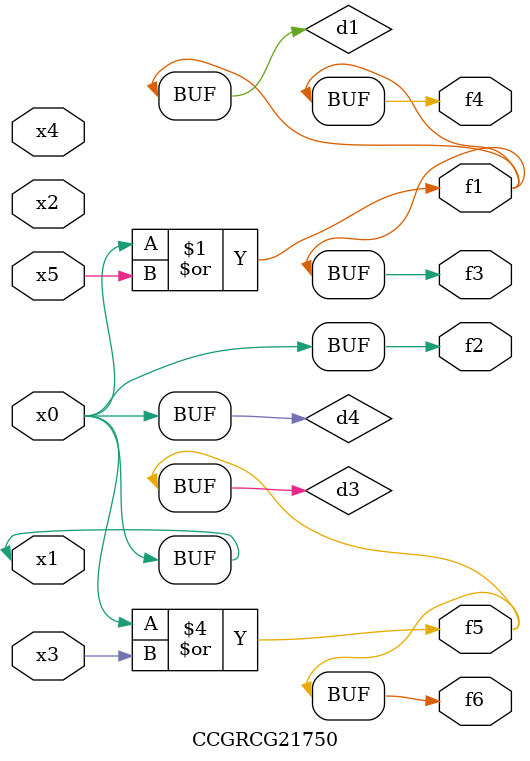
<source format=v>
module CCGRCG21750(
	input x0, x1, x2, x3, x4, x5,
	output f1, f2, f3, f4, f5, f6
);

	wire d1, d2, d3, d4;

	or (d1, x0, x5);
	xnor (d2, x1, x4);
	or (d3, x0, x3);
	buf (d4, x0, x1);
	assign f1 = d1;
	assign f2 = d4;
	assign f3 = d1;
	assign f4 = d1;
	assign f5 = d3;
	assign f6 = d3;
endmodule

</source>
